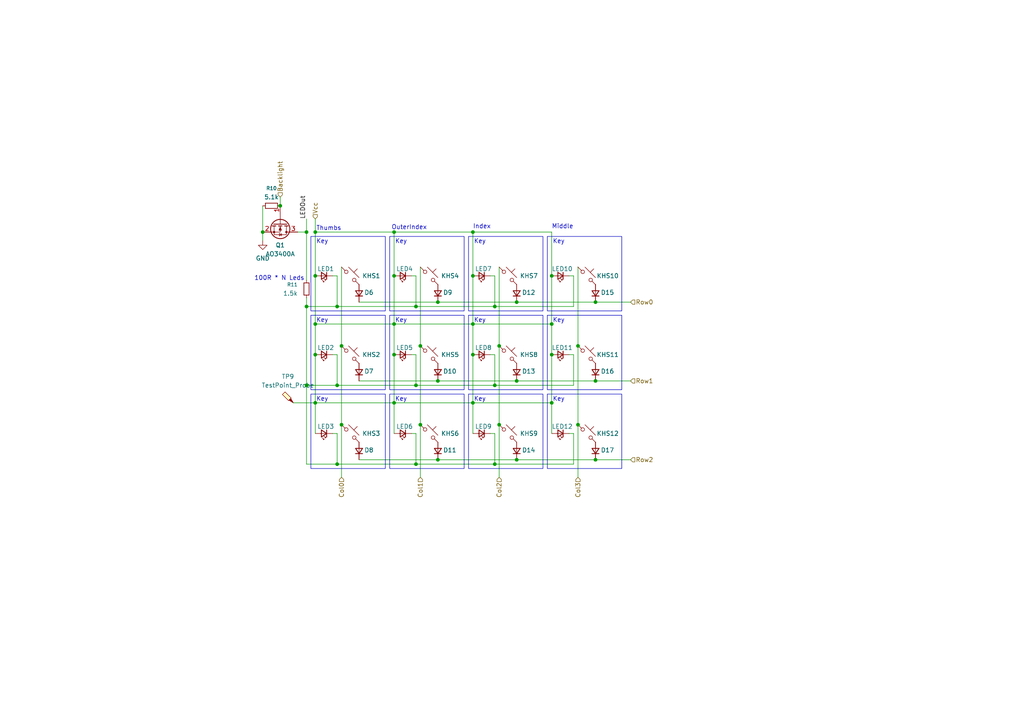
<source format=kicad_sch>
(kicad_sch (version 20250114) (generator "eeschema") (generator_version "9.0")
  (paper "A4")
  (lib_symbols
    (symbol "Connector:TestPoint_Probe" (pin_numbers (hide yes)) (pin_names (offset 0.762) (hide yes))
      (property "Reference" "TP" (at 1.651 5.842 0))
      (property "Value" "TestPoint_Probe" (at 1.651 4.064 0))
      (symbol "TestPoint_Probe_0_1"
        (polyline (pts (xy 1.27 0.762) (xy 0 0) (xy 0.762 1.27) (xy 1.27 0.762)) (fill (type outline)))
        (polyline (pts (xy 1.397 0.635) (xy 0.635 1.397) (xy 2.413 3.175) (xy 3.175 2.413) (xy 1.397 0.635)) (fill (type background)))
      )
      (symbol "TestPoint_Probe_1_1"
        (pin passive line (at 0 0 90) (length 0) (name "1") (number "1"))
      )
    )
    (symbol "Device:D_Small" (pin_numbers (hide yes)) (pin_names (offset 0.254) (hide yes))
      (property "Reference" "D" (at -1.27 2.032 0))
      (property "Value" "D_Small" (at -3.81 -2.032 0))
      (symbol "D_Small_0_1"
        (polyline (pts (xy -0.762 0) (xy 0.762 0)))
        (polyline (pts (xy -0.762 -1.016) (xy -0.762 1.016)) (stroke (width 0.254)))
        (polyline (pts (xy 0.762 -1.016) (xy -0.762 0) (xy 0.762 1.016) (xy 0.762 -1.016)) (stroke (width 0.254)))
      )
      (symbol "D_Small_1_1"
        (pin passive line (at -2.54 0 0) (length 1.778) (name "K") (number "1"))
        (pin passive line (at 2.54 0 180) (length 1.778) (name "A") (number "2"))
      )
    )
    (symbol "Device:LED_Small" (pin_numbers (hide yes)) (pin_names (offset 0.254) (hide yes))
      (property "Reference" "D" (at -1.27 3.175 0))
      (property "Value" "LED_Small" (at -4.445 -2.54 0))
      (symbol "LED_Small_0_1"
        (polyline (pts (xy -0.762 -1.016) (xy -0.762 1.016)) (stroke (width 0.254)))
        (polyline (pts (xy 0 0.762) (xy -0.508 1.27) (xy -0.254 1.27) (xy -0.508 1.27) (xy -0.508 1.016)))
        (polyline (pts (xy 0.508 1.27) (xy 0 1.778) (xy 0.254 1.778) (xy 0 1.778) (xy 0 1.524)))
        (polyline (pts (xy 0.762 -1.016) (xy -0.762 0) (xy 0.762 1.016) (xy 0.762 -1.016)) (stroke (width 0.254)))
        (polyline (pts (xy 1.016 0) (xy -0.762 0)))
      )
      (symbol "LED_Small_1_1"
        (pin passive line (at -2.54 0 0) (length 1.778) (name "K") (number "1"))
        (pin passive line (at 2.54 0 180) (length 1.778) (name "A") (number "2"))
      )
    )
    (symbol "Keyboard:choc_v1_SW_HS_CPG135001S30" (pin_numbers (hide yes)) (pin_names (offset 1.016) (hide yes))
      (property "Reference" "KHS1" (at 0 7.62 0))
      (property "Value" "KHS" (at 0 5.08 0))
      (symbol "choc_v1_SW_HS_CPG135001S30_0_1"
        (polyline (pts (xy -2.54 2.54) (xy -1.524 1.524) (xy -1.524 1.524)))
        (circle (center -1.1684 1.1684) (radius 0.508))
        (polyline (pts (xy -0.508 2.54) (xy 2.54 -0.508)))
        (polyline (pts (xy 1.016 1.016) (xy 2.032 2.032)))
        (circle (center 1.143 -1.1938) (radius 0.508))
        (polyline (pts (xy 1.524 -1.524) (xy 2.54 -2.54) (xy 2.54 -2.54) (xy 2.54 -2.54)))
        (pin passive line (at -2.54 2.54 0) (length 0) (name "1") (number "1"))
        (pin passive line (at 2.54 -2.54 180) (length 0) (name "2") (number "2"))
      )
    )
    (symbol "R_Small_1" (pin_numbers (hide yes)) (pin_names (offset 0.254) (hide yes))
      (property "Reference" "R" (at 0 0 90))
      (property "Value" "R_Small" (at 1.778 0 90))
      (symbol "R_Small_1_0_1"
        (rectangle (start -0.762 1.778) (end 0.762 -1.778) (stroke (width 0.2032)))
      )
      (symbol "R_Small_1_1_1"
        (pin passive line (at 0 2.54 270) (length 0.762) (name "~") (number "1"))
        (pin passive line (at 0 -2.54 90) (length 0.762) (name "~") (number "2"))
      )
    )
    (symbol "Transistor_FET:AO3400A" (pin_names (offset 0) (hide yes))
      (property "Reference" "Q" (at 5.08 1.905 0))
      (property "Value" "AO3400A" (at 5.08 0 0))
      (symbol "AO3400A_0_1"
        (polyline (pts (xy 0.254 1.905) (xy 0.254 -1.905)) (stroke (width 0.254)))
        (polyline (pts (xy 0.254 0) (xy -2.54 0)))
        (polyline (pts (xy 0.762 2.286) (xy 0.762 1.27)) (stroke (width 0.254)))
        (polyline (pts (xy 0.762 0.508) (xy 0.762 -0.508)) (stroke (width 0.254)))
        (polyline (pts (xy 0.762 -1.27) (xy 0.762 -2.286)) (stroke (width 0.254)))
        (polyline (pts (xy 0.762 -1.778) (xy 3.302 -1.778) (xy 3.302 1.778) (xy 0.762 1.778)))
        (polyline (pts (xy 1.016 0) (xy 2.032 0.381) (xy 2.032 -0.381) (xy 1.016 0)) (fill (type outline)))
        (circle (center 1.651 0) (radius 2.794) (stroke (width 0.254)))
        (polyline (pts (xy 2.54 2.54) (xy 2.54 1.778)))
        (circle (center 2.54 1.778) (radius 0.254) (fill (type outline)))
        (circle (center 2.54 -1.778) (radius 0.254) (fill (type outline)))
        (polyline (pts (xy 2.54 -2.54) (xy 2.54 0) (xy 0.762 0)))
        (polyline (pts (xy 2.921 0.381) (xy 3.683 0.381)))
        (polyline (pts (xy 3.302 0.381) (xy 2.921 -0.254) (xy 3.683 -0.254) (xy 3.302 0.381)))
      )
      (symbol "AO3400A_1_1"
        (pin input line (at -5.08 0 0) (length 2.54) (name "G") (number "1"))
        (pin passive line (at 2.54 5.08 270) (length 2.54) (name "D") (number "3"))
        (pin passive line (at 2.54 -5.08 90) (length 2.54) (name "S") (number "2"))
      )
    )
    (symbol "power:GND" (power) (pin_numbers (hide yes)) (pin_names (offset 0) (hide yes))
      (property "Value" "GND" (at 0 -3.81 0))
      (symbol "GND_0_1"
        (polyline (pts (xy 0 0) (xy 0 -1.27) (xy 1.27 -1.27) (xy 0 -2.54) (xy -1.27 -1.27) (xy 0 -1.27)))
      )
      (symbol "GND_1_1"
        (pin power_in line (at 0 0 270) (length 0) (name "~") (number "1"))
      )
    )
  )
  (rectangle (start 158.75 114.3) (end 180.34 135.89))
  (rectangle (start 113.03 68.58) (end 134.62 90.17))
  (rectangle (start 135.89 91.44) (end 157.48 113.03))
  (rectangle (start 113.03 91.44) (end 134.62 113.03))
  (rectangle (start 135.89 68.58) (end 157.48 90.17))
  (rectangle (start 158.75 91.44) (end 180.34 113.03))
  (rectangle (start 113.03 114.3) (end 134.62 135.89))
  (rectangle (start 90.17 114.3) (end 111.76 135.89))
  (rectangle (start 90.17 91.44) (end 111.76 113.03))
  (rectangle (start 135.89 114.3) (end 157.48 135.89))
  (rectangle (start 158.75 68.58) (end 180.34 90.17))
  (rectangle (start 90.17 68.58) (end 111.76 90.17))
  (text "Index" (at 137.16 65.786 0) (effects (font (size 1.27 1.27)) (justify left)))
  (text "Key" (at 116.332 92.964 0) (effects (font (size 1.27 1.27))))
  (text "Thumbs\n" (at 91.694 66.294 0) (effects (font (size 1.27 1.27)) (justify left)))
  (text "Key" (at 93.472 70.104 0) (effects (font (size 1.27 1.27))))
  (text "Key" (at 93.472 115.824 0) (effects (font (size 1.27 1.27))))
  (text "Key" (at 139.192 70.104 0) (effects (font (size 1.27 1.27))))
  (text "Middle" (at 160.02 65.786 0) (effects (font (size 1.27 1.27)) (justify left)))
  (text "Key" (at 116.332 115.824 0) (effects (font (size 1.27 1.27))))
  (text "100R * N Leds" (at 81.026 80.772 0) (effects (font (size 1.27 1.27))))
  (text "Key" (at 162.052 70.104 0) (effects (font (size 1.27 1.27))))
  (text "OuterIndex\n" (at 113.538 66.04 0) (effects (font (size 1.27 1.27)) (justify left)))
  (text "Key" (at 116.332 70.104 0) (effects (font (size 1.27 1.27))))
  (text "Key" (at 93.472 92.964 0) (effects (font (size 1.27 1.27))))
  (text "Key" (at 162.052 115.824 0) (effects (font (size 1.27 1.27))))
  (text "Key" (at 162.052 92.964 0) (effects (font (size 1.27 1.27))))
  (text "Key" (at 139.192 92.964 0) (effects (font (size 1.27 1.27))))
  (text "Key" (at 139.192 115.824 0) (effects (font (size 1.27 1.27))))
  (junction (at 143.51 88.9))
  (junction (at 81.28 59.69))
  (junction (at 88.9 67.31))
  (junction (at 143.51 111.76))
  (junction (at 167.64 100.33))
  (junction (at 121.92 100.33))
  (junction (at 114.3 67.31))
  (junction (at 97.79 88.9))
  (junction (at 127 110.49))
  (junction (at 91.44 80.01))
  (junction (at 167.64 123.19))
  (junction (at 97.79 111.76))
  (junction (at 172.72 133.35))
  (junction (at 91.44 116.84))
  (junction (at 120.65 88.9))
  (junction (at 172.72 110.49))
  (junction (at 149.86 133.35))
  (junction (at 127 133.35))
  (junction (at 121.92 123.19))
  (junction (at 91.44 93.98))
  (junction (at 114.3 93.98))
  (junction (at 114.3 80.01))
  (junction (at 143.51 134.62))
  (junction (at 137.16 67.31))
  (junction (at 137.16 116.84))
  (junction (at 91.44 102.87))
  (junction (at 120.65 111.76))
  (junction (at 97.79 134.62))
  (junction (at 114.3 116.84))
  (junction (at 127 87.63))
  (junction (at 137.16 93.98))
  (junction (at 76.2 67.31))
  (junction (at 88.9 111.76))
  (junction (at 137.16 102.87))
  (junction (at 120.65 134.62))
  (junction (at 99.06 100.33))
  (junction (at 144.78 100.33))
  (junction (at 99.06 123.19))
  (junction (at 160.02 80.01))
  (junction (at 160.02 116.84))
  (junction (at 160.02 93.98))
  (junction (at 144.78 123.19))
  (junction (at 149.86 87.63))
  (junction (at 160.02 102.87))
  (junction (at 91.44 67.31))
  (junction (at 88.9 88.9))
  (junction (at 114.3 102.87))
  (junction (at 172.72 87.63))
  (junction (at 149.86 110.49))
  (junction (at 137.16 80.01))
  (wire (pts (xy 88.9 111.76) (xy 88.9 134.62)))
  (wire (pts (xy 120.65 102.87) (xy 120.65 111.76)))
  (wire (pts (xy 143.51 125.73) (xy 142.24 125.73)))
  (wire (pts (xy 120.65 125.73) (xy 119.38 125.73)))
  (wire (pts (xy 97.79 134.62) (xy 120.65 134.62)))
  (wire (pts (xy 91.44 67.31) (xy 91.44 80.01)))
  (wire (pts (xy 99.06 123.19) (xy 99.06 138.43)))
  (wire (pts (xy 143.51 102.87) (xy 143.51 111.76)))
  (wire (pts (xy 76.2 69.85) (xy 76.2 67.31)))
  (wire (pts (xy 143.51 80.01) (xy 143.51 88.9)))
  (wire (pts (xy 91.44 80.01) (xy 91.44 93.98)))
  (wire (pts (xy 97.79 80.01) (xy 97.79 88.9)))
  (wire (pts (xy 97.79 125.73) (xy 96.52 125.73)))
  (wire (pts (xy 91.44 93.98) (xy 91.44 102.87)))
  (wire (pts (xy 99.06 77.47) (xy 99.06 100.33)))
  (wire (pts (xy 166.37 102.87) (xy 166.37 111.76)))
  (wire (pts (xy 167.64 123.19) (xy 167.64 138.43)))
  (wire (pts (xy 143.51 134.62) (xy 166.37 134.62)))
  (wire (pts (xy 167.64 77.47) (xy 167.64 100.33)))
  (wire (pts (xy 160.02 67.31) (xy 160.02 80.01)))
  (wire (pts (xy 149.86 110.49) (xy 172.72 110.49)))
  (wire (pts (xy 114.3 93.98) (xy 114.3 102.87)))
  (wire (pts (xy 88.9 88.9) (xy 88.9 111.76)))
  (wire (pts (xy 149.86 87.63) (xy 172.72 87.63)))
  (wire (pts (xy 127 133.35) (xy 149.86 133.35)))
  (wire (pts (xy 120.65 80.01) (xy 120.65 88.9)))
  (wire (pts (xy 114.3 67.31) (xy 137.16 67.31)))
  (wire (pts (xy 127 87.63) (xy 149.86 87.63)))
  (wire (pts (xy 97.79 88.9) (xy 120.65 88.9)))
  (wire (pts (xy 97.79 102.87) (xy 96.52 102.87)))
  (wire (pts (xy 85.09 116.84) (xy 91.44 116.84)))
  (wire (pts (xy 137.16 102.87) (xy 137.16 116.84)))
  (wire (pts (xy 160.02 93.98) (xy 160.02 102.87)))
  (wire (pts (xy 144.78 77.47) (xy 144.78 100.33)))
  (wire (pts (xy 166.37 102.87) (xy 165.1 102.87)))
  (wire (pts (xy 172.72 110.49) (xy 182.88 110.49)))
  (wire (pts (xy 99.06 100.33) (xy 99.06 123.19)))
  (wire (pts (xy 143.51 125.73) (xy 143.51 134.62)))
  (wire (pts (xy 114.3 102.87) (xy 114.3 116.84)))
  (wire (pts (xy 172.72 87.63) (xy 182.88 87.63)))
  (wire (pts (xy 121.92 77.47) (xy 121.92 100.33)))
  (wire (pts (xy 143.51 88.9) (xy 166.37 88.9)))
  (wire (pts (xy 91.44 116.84) (xy 91.44 125.73)))
  (wire (pts (xy 91.44 93.98) (xy 114.3 93.98)))
  (wire (pts (xy 120.65 134.62) (xy 143.51 134.62)))
  (wire (pts (xy 120.65 125.73) (xy 120.65 134.62)))
  (wire (pts (xy 144.78 123.19) (xy 144.78 138.43)))
  (wire (pts (xy 143.51 80.01) (xy 142.24 80.01)))
  (wire (pts (xy 97.79 80.01) (xy 96.52 80.01)))
  (wire (pts (xy 167.64 100.33) (xy 167.64 123.19)))
  (wire (pts (xy 88.9 88.9) (xy 97.79 88.9)))
  (wire (pts (xy 91.44 63.5) (xy 91.44 67.31)))
  (wire (pts (xy 149.86 133.35) (xy 172.72 133.35)))
  (wire (pts (xy 76.2 59.69) (xy 76.2 67.31)))
  (wire (pts (xy 127 110.49) (xy 149.86 110.49)))
  (wire (pts (xy 137.16 67.31) (xy 137.16 80.01)))
  (wire (pts (xy 143.51 102.87) (xy 142.24 102.87)))
  (wire (pts (xy 88.9 134.62) (xy 97.79 134.62)))
  (wire (pts (xy 144.78 100.33) (xy 144.78 123.19)))
  (wire (pts (xy 91.44 67.31) (xy 114.3 67.31)))
  (wire (pts (xy 121.92 123.19) (xy 121.92 138.43)))
  (wire (pts (xy 81.28 57.15) (xy 81.28 59.69)))
  (wire (pts (xy 86.36 67.31) (xy 88.9 67.31)))
  (wire (pts (xy 137.16 67.31) (xy 160.02 67.31)))
  (wire (pts (xy 91.44 116.84) (xy 114.3 116.84)))
  (wire (pts (xy 137.16 93.98) (xy 160.02 93.98)))
  (wire (pts (xy 166.37 80.01) (xy 165.1 80.01)))
  (wire (pts (xy 104.14 87.63) (xy 127 87.63)))
  (wire (pts (xy 120.65 102.87) (xy 119.38 102.87)))
  (wire (pts (xy 120.65 88.9) (xy 143.51 88.9)))
  (wire (pts (xy 114.3 116.84) (xy 114.3 125.73)))
  (wire (pts (xy 88.9 111.76) (xy 97.79 111.76)))
  (wire (pts (xy 172.72 133.35) (xy 182.88 133.35)))
  (wire (pts (xy 104.14 110.49) (xy 127 110.49)))
  (wire (pts (xy 88.9 63.5) (xy 88.9 67.31)))
  (wire (pts (xy 114.3 80.01) (xy 114.3 93.98)))
  (wire (pts (xy 91.44 102.87) (xy 91.44 116.84)))
  (wire (pts (xy 88.9 86.36) (xy 88.9 88.9)))
  (wire (pts (xy 137.16 116.84) (xy 137.16 125.73)))
  (wire (pts (xy 120.65 80.01) (xy 119.38 80.01)))
  (wire (pts (xy 104.14 133.35) (xy 127 133.35)))
  (wire (pts (xy 166.37 80.01) (xy 166.37 88.9)))
  (wire (pts (xy 160.02 102.87) (xy 160.02 116.84)))
  (wire (pts (xy 166.37 125.73) (xy 165.1 125.73)))
  (wire (pts (xy 88.9 81.28) (xy 88.9 67.31)))
  (wire (pts (xy 121.92 100.33) (xy 121.92 123.19)))
  (wire (pts (xy 114.3 93.98) (xy 137.16 93.98)))
  (wire (pts (xy 137.16 80.01) (xy 137.16 93.98)))
  (wire (pts (xy 97.79 111.76) (xy 120.65 111.76)))
  (wire (pts (xy 166.37 125.73) (xy 166.37 134.62)))
  (wire (pts (xy 114.3 116.84) (xy 137.16 116.84)))
  (wire (pts (xy 97.79 102.87) (xy 97.79 111.76)))
  (wire (pts (xy 160.02 116.84) (xy 160.02 125.73)))
  (wire (pts (xy 97.79 125.73) (xy 97.79 134.62)))
  (wire (pts (xy 114.3 67.31) (xy 114.3 80.01)))
  (wire (pts (xy 120.65 111.76) (xy 143.51 111.76)))
  (wire (pts (xy 143.51 111.76) (xy 166.37 111.76)))
  (wire (pts (xy 160.02 80.01) (xy 160.02 93.98)))
  (wire (pts (xy 137.16 116.84) (xy 160.02 116.84)))
  (wire (pts (xy 137.16 93.98) (xy 137.16 102.87)))
  (label "LEDOut" (at 88.9 63.5 90))
  (hierarchical_label "Col1" (shape input) (at 121.92 138.43 270))
  (hierarchical_label "Backlight" (shape input) (at 81.28 57.15 90))
  (hierarchical_label "Col3" (shape input) (at 167.64 138.43 270))
  (hierarchical_label "Row2" (shape input) (at 182.88 133.35 0))
  (hierarchical_label "Row0" (shape input) (at 182.88 87.63 0))
  (hierarchical_label "Col2" (shape input) (at 144.78 138.43 270))
  (hierarchical_label "Row1" (shape input) (at 182.88 110.49 0))
  (hierarchical_label "Vcc" (shape input) (at 91.44 63.5 90))
  (hierarchical_label "Col0" (shape input) (at 99.06 138.43 270))
  (symbol (lib_id "Keyboard:choc_v1_SW_HS_CPG135001S30") (at 124.46 102.87 0) (unit 1) (in_bom no)
    (property "Reference" "KHS5" (at 130.556 102.87 0))
    (property "Value" "KHS" (effects (hide yes)))
    (property "Footprint" "Keyboard:CPG1316S01D02_front_mikefives" (effects (hide yes)))
    (property "Description" "Push button switch, normally open, two pins, 45° tilted" (effects (hide yes)))
  )
  (symbol (lib_id "Device:D_Small") (at 127 130.81 90) (unit 1)
    (property "Reference" "D11" (at 128.524 130.556 90) (effects (justify right)))
    (property "Value" "D_Small" (effects (hide yes)))
    (property "Footprint" "Diode_SMD:D_SOD-523" (effects (hide yes)))
    (property "Description" "Diode, small symbol" (effects (hide yes)))
    (property "Sim.Device" "D" (effects (hide yes)))
    (property "Sim.Pins" "1=K 2=A" (effects (hide yes)))
    (property "Manufacturer_Name" "Diodes Incorporated" (effects (hide yes)))
    (property "Manufacturer_Part_Number" "1N4148WT-7 " (effects (hide yes)))
    (property "Mouser Part Number" "621-1N4148WT " (effects (hide yes)))
  )
  (symbol (lib_id "Transistor_FET:AO3400A") (at 81.28 64.77 270) (unit 1)
    (property "Reference" "Q1" (at 81.28 71.12 90))
    (property "Value" "AO3400A" (at 81.28 73.66 90))
    (property "Footprint" "Package_TO_SOT_SMD:SOT-23" (effects (hide yes)))
    (property "Datasheet" "http://www.aosmd.com/pdfs/datasheet/AO3400A.pdf" (effects (hide yes)))
    (property "Description" "30V Vds, 5.7A Id, N-Channel MOSFET, SOT-23" (effects (hide yes)))
    (property "Manufacturer_Name" "Infineon Technologies" (effects (hide yes)))
    (property "Manufacturer_Part_Number" "IRLML6344TRPBF " (effects (hide yes)))
    (property "Mouser Part Number" "942-IRLML6344TRPBF" (effects (hide yes)))
  )
  (symbol (lib_id "Device:D_Small") (at 104.14 107.95 90) (unit 1)
    (property "Reference" "D7" (at 105.664 107.696 90) (effects (justify right)))
    (property "Value" "D_Small" (effects (hide yes)))
    (property "Footprint" "Diode_SMD:D_SOD-523" (effects (hide yes)))
    (property "Description" "Diode, small symbol" (effects (hide yes)))
    (property "Sim.Device" "D" (effects (hide yes)))
    (property "Sim.Pins" "1=K 2=A" (effects (hide yes)))
    (property "Manufacturer_Name" "Diodes Incorporated" (effects (hide yes)))
    (property "Manufacturer_Part_Number" "1N4148WT-7 " (effects (hide yes)))
    (property "Mouser Part Number" "621-1N4148WT " (effects (hide yes)))
  )
  (symbol (lib_id "Device:LED_Small") (at 93.98 102.87 180) (unit 1)
    (property "Reference" "LED2" (at 94.488 100.838 0))
    (property "Value" "LED_Small" (effects (hide yes)))
    (property "Footprint" "LED_SMD:LED_0603_1608Metric" (effects (hide yes)))
    (property "Description" "Light emitting diode, small symbol" (effects (hide yes)))
    (property "Sim.Pin" "1=K 2=A" (effects (hide yes)))
    (property "Manufacturer_Name" "Inolux" (effects (hide yes)))
    (property "Manufacturer_Part_Number" "IN-S63BT5UW" (effects (hide yes)))
    (property "Mouser Part Number" "743-IN-S63BT5UW" (effects (hide yes)))
  )
  (symbol (lib_id "power:GND") (at 76.2 69.85 0) (unit 1)
    (property "Reference" "#PWR019" (effects (hide yes)))
    (property "Value" "GND" (at 76.2 74.93 0))
    (property "Description" "Power symbol creates a global label with name \"GND\" , ground" (effects (hide yes)))
  )
  (symbol (lib_id "Device:LED_Small") (at 162.56 125.73 180) (unit 1)
    (property "Reference" "LED12" (at 163.068 123.698 0))
    (property "Value" "LED_Small" (effects (hide yes)))
    (property "Footprint" "LED_SMD:LED_0603_1608Metric" (effects (hide yes)))
    (property "Description" "Light emitting diode, small symbol" (effects (hide yes)))
    (property "Sim.Pin" "1=K 2=A" (effects (hide yes)))
    (property "Manufacturer_Name" "Inolux" (effects (hide yes)))
    (property "Manufacturer_Part_Number" "IN-S63BT5UW" (effects (hide yes)))
    (property "Mouser Part Number" "743-IN-S63BT5UW" (effects (hide yes)))
  )
  (symbol (lib_id "Device:LED_Small") (at 93.98 80.01 180) (unit 1)
    (property "Reference" "LED1" (at 94.488 77.978 0))
    (property "Value" "LED_Small" (effects (hide yes)))
    (property "Footprint" "LED_SMD:LED_0603_1608Metric" (effects (hide yes)))
    (property "Description" "Light emitting diode, small symbol" (effects (hide yes)))
    (property "Sim.Pin" "1=K 2=A" (effects (hide yes)))
    (property "Manufacturer_Name" "Inolux" (effects (hide yes)))
    (property "Manufacturer_Part_Number" "IN-S63BT5UW" (effects (hide yes)))
    (property "Mouser Part Number" "743-IN-S63BT5UW" (effects (hide yes)))
  )
  (symbol (lib_id "Device:D_Small") (at 104.14 85.09 90) (unit 1)
    (property "Reference" "D6" (at 105.664 84.836 90) (effects (justify right)))
    (property "Value" "D_Small" (effects (hide yes)))
    (property "Footprint" "Diode_SMD:D_SOD-523" (effects (hide yes)))
    (property "Description" "Diode, small symbol" (effects (hide yes)))
    (property "Sim.Device" "D" (effects (hide yes)))
    (property "Sim.Pins" "1=K 2=A" (effects (hide yes)))
    (property "Manufacturer_Name" "Diodes Incorporated" (effects (hide yes)))
    (property "Manufacturer_Part_Number" "1N4148WT-7 " (effects (hide yes)))
    (property "Mouser Part Number" "621-1N4148WT " (effects (hide yes)))
  )
  (symbol (lib_id "Device:LED_Small") (at 162.56 102.87 180) (unit 1)
    (property "Reference" "LED11" (at 163.068 100.838 0))
    (property "Value" "LED_Small" (effects (hide yes)))
    (property "Footprint" "LED_SMD:LED_0603_1608Metric" (effects (hide yes)))
    (property "Description" "Light emitting diode, small symbol" (effects (hide yes)))
    (property "Sim.Pin" "1=K 2=A" (effects (hide yes)))
    (property "Manufacturer_Name" "Inolux" (effects (hide yes)))
    (property "Manufacturer_Part_Number" "IN-S63BT5UW" (effects (hide yes)))
    (property "Mouser Part Number" "743-IN-S63BT5UW" (effects (hide yes)))
  )
  (symbol (lib_id "Keyboard:choc_v1_SW_HS_CPG135001S30") (at 124.46 125.73 0) (unit 1) (in_bom no)
    (property "Reference" "KHS6" (at 130.556 125.73 0))
    (property "Value" "KHS" (effects (hide yes)))
    (property "Footprint" "Keyboard:CPG1316S01D02_front_mikefives" (effects (hide yes)))
    (property "Description" "Push button switch, normally open, two pins, 45° tilted" (effects (hide yes)))
  )
  (symbol (lib_id "Keyboard:choc_v1_SW_HS_CPG135001S30") (at 147.32 125.73 0) (unit 1) (in_bom no)
    (property "Reference" "KHS9" (at 153.416 125.73 0))
    (property "Value" "KHS" (effects (hide yes)))
    (property "Footprint" "Keyboard:CPG1316S01D02_front_mikefives" (effects (hide yes)))
    (property "Description" "Push button switch, normally open, two pins, 45° tilted" (effects (hide yes)))
  )
  (symbol (lib_id "Device:D_Small") (at 127 107.95 90) (unit 1)
    (property "Reference" "D10" (at 128.524 107.696 90) (effects (justify right)))
    (property "Value" "D_Small" (effects (hide yes)))
    (property "Footprint" "Diode_SMD:D_SOD-523" (effects (hide yes)))
    (property "Description" "Diode, small symbol" (effects (hide yes)))
    (property "Sim.Device" "D" (effects (hide yes)))
    (property "Sim.Pins" "1=K 2=A" (effects (hide yes)))
    (property "Manufacturer_Name" "Diodes Incorporated" (effects (hide yes)))
    (property "Manufacturer_Part_Number" "1N4148WT-7 " (effects (hide yes)))
    (property "Mouser Part Number" "621-1N4148WT " (effects (hide yes)))
  )
  (symbol (lib_id "Device:LED_Small") (at 139.7 102.87 180) (unit 1)
    (property "Reference" "LED8" (at 140.208 100.838 0))
    (property "Value" "LED_Small" (effects (hide yes)))
    (property "Footprint" "LED_SMD:LED_0603_1608Metric" (effects (hide yes)))
    (property "Description" "Light emitting diode, small symbol" (effects (hide yes)))
    (property "Sim.Pin" "1=K 2=A" (effects (hide yes)))
    (property "Manufacturer_Name" "Inolux" (effects (hide yes)))
    (property "Manufacturer_Part_Number" "IN-S63BT5UW" (effects (hide yes)))
    (property "Mouser Part Number" "743-IN-S63BT5UW" (effects (hide yes)))
  )
  (symbol (lib_id "Keyboard:choc_v1_SW_HS_CPG135001S30") (at 170.18 102.87 0) (unit 1) (in_bom no)
    (property "Reference" "KHS11" (at 176.276 102.87 0))
    (property "Value" "KHS" (effects (hide yes)))
    (property "Footprint" "Keyboard:CPG1316S01D02_front_mikefives" (effects (hide yes)))
    (property "Description" "Push button switch, normally open, two pins, 45° tilted" (effects (hide yes)))
  )
  (symbol (lib_id "Keyboard:choc_v1_SW_HS_CPG135001S30") (at 147.32 102.87 0) (unit 1) (in_bom no)
    (property "Reference" "KHS8" (at 153.416 102.87 0))
    (property "Value" "KHS" (effects (hide yes)))
    (property "Footprint" "Keyboard:CPG1316S01D02_front_mikefives" (effects (hide yes)))
    (property "Description" "Push button switch, normally open, two pins, 45° tilted" (effects (hide yes)))
  )
  (symbol (lib_id "Device:LED_Small") (at 116.84 80.01 180) (unit 1)
    (property "Reference" "LED4" (at 117.348 77.978 0))
    (property "Value" "LED_Small" (effects (hide yes)))
    (property "Footprint" "LED_SMD:LED_0603_1608Metric" (effects (hide yes)))
    (property "Description" "Light emitting diode, small symbol" (effects (hide yes)))
    (property "Sim.Pin" "1=K 2=A" (effects (hide yes)))
    (property "Manufacturer_Name" "Inolux" (effects (hide yes)))
    (property "Manufacturer_Part_Number" "IN-S63BT5UW" (effects (hide yes)))
    (property "Mouser Part Number" "743-IN-S63BT5UW" (effects (hide yes)))
  )
  (symbol (lib_id "Device:D_Small") (at 172.72 107.95 90) (unit 1)
    (property "Reference" "D16" (at 174.244 107.696 90) (effects (justify right)))
    (property "Value" "D_Small" (effects (hide yes)))
    (property "Footprint" "Diode_SMD:D_SOD-523" (effects (hide yes)))
    (property "Description" "Diode, small symbol" (effects (hide yes)))
    (property "Sim.Device" "D" (effects (hide yes)))
    (property "Sim.Pins" "1=K 2=A" (effects (hide yes)))
    (property "Manufacturer_Name" "Diodes Incorporated" (effects (hide yes)))
    (property "Manufacturer_Part_Number" "1N4148WT-7 " (effects (hide yes)))
    (property "Mouser Part Number" "621-1N4148WT " (effects (hide yes)))
  )
  (symbol (lib_id "Device:D_Small") (at 104.14 130.81 90) (unit 1)
    (property "Reference" "D8" (at 105.664 130.556 90) (effects (justify right)))
    (property "Value" "D_Small" (effects (hide yes)))
    (property "Footprint" "Diode_SMD:D_SOD-523" (effects (hide yes)))
    (property "Description" "Diode, small symbol" (effects (hide yes)))
    (property "Sim.Device" "D" (effects (hide yes)))
    (property "Sim.Pins" "1=K 2=A" (effects (hide yes)))
    (property "Manufacturer_Name" "Diodes Incorporated" (effects (hide yes)))
    (property "Manufacturer_Part_Number" "1N4148WT-7 " (effects (hide yes)))
    (property "Mouser Part Number" "621-1N4148WT " (effects (hide yes)))
  )
  (symbol (lib_id "Device:LED_Small") (at 139.7 80.01 180) (unit 1)
    (property "Reference" "LED7" (at 140.208 77.978 0))
    (property "Value" "LED_Small" (effects (hide yes)))
    (property "Footprint" "LED_SMD:LED_0603_1608Metric" (effects (hide yes)))
    (property "Description" "Light emitting diode, small symbol" (effects (hide yes)))
    (property "Sim.Pin" "1=K 2=A" (effects (hide yes)))
    (property "Manufacturer_Name" "Inolux" (effects (hide yes)))
    (property "Manufacturer_Part_Number" "IN-S63BT5UW" (effects (hide yes)))
    (property "Mouser Part Number" "743-IN-S63BT5UW" (effects (hide yes)))
  )
  (symbol (lib_id "Device:LED_Small") (at 116.84 102.87 180) (unit 1)
    (property "Reference" "LED5" (at 117.348 100.838 0))
    (property "Value" "LED_Small" (effects (hide yes)))
    (property "Footprint" "LED_SMD:LED_0603_1608Metric" (effects (hide yes)))
    (property "Description" "Light emitting diode, small symbol" (effects (hide yes)))
    (property "Sim.Pin" "1=K 2=A" (effects (hide yes)))
    (property "Manufacturer_Name" "Inolux" (effects (hide yes)))
    (property "Manufacturer_Part_Number" "IN-S63BT5UW" (effects (hide yes)))
    (property "Mouser Part Number" "743-IN-S63BT5UW" (effects (hide yes)))
  )
  (symbol (lib_id "Device:D_Small") (at 172.72 130.81 90) (unit 1)
    (property "Reference" "D17" (at 174.244 130.556 90) (effects (justify right)))
    (property "Value" "D_Small" (effects (hide yes)))
    (property "Footprint" "Diode_SMD:D_SOD-523" (effects (hide yes)))
    (property "Description" "Diode, small symbol" (effects (hide yes)))
    (property "Sim.Device" "D" (effects (hide yes)))
    (property "Sim.Pins" "1=K 2=A" (effects (hide yes)))
    (property "Manufacturer_Name" "Diodes Incorporated" (effects (hide yes)))
    (property "Manufacturer_Part_Number" "1N4148WT-7 " (effects (hide yes)))
    (property "Mouser Part Number" "621-1N4148WT " (effects (hide yes)))
  )
  (symbol (lib_id "Keyboard:choc_v1_SW_HS_CPG135001S30") (at 170.18 125.73 0) (unit 1) (in_bom no)
    (property "Reference" "KHS12" (at 176.276 125.73 0))
    (property "Value" "KHS" (effects (hide yes)))
    (property "Footprint" "Keyboard:CPG1316S01D02_front_mikefives" (effects (hide yes)))
    (property "Description" "Push button switch, normally open, two pins, 45° tilted" (effects (hide yes)))
  )
  (symbol (lib_id "Device:D_Small") (at 172.72 85.09 90) (unit 1)
    (property "Reference" "D15" (at 174.244 84.836 90) (effects (justify right)))
    (property "Value" "D_Small" (effects (hide yes)))
    (property "Footprint" "Diode_SMD:D_SOD-523" (effects (hide yes)))
    (property "Description" "Diode, small symbol" (effects (hide yes)))
    (property "Sim.Device" "D" (effects (hide yes)))
    (property "Sim.Pins" "1=K 2=A" (effects (hide yes)))
    (property "Manufacturer_Name" "Diodes Incorporated" (effects (hide yes)))
    (property "Manufacturer_Part_Number" "1N4148WT-7 " (effects (hide yes)))
    (property "Mouser Part Number" "621-1N4148WT " (effects (hide yes)))
  )
  (symbol (lib_name "R_Small_1") (lib_id "Device:R_Small") (at 78.74 59.69 90) (unit 1)
    (property "Reference" "R10" (at 78.74 54.61 90) (effects (font (size 1.016 1.016))))
    (property "Value" "5.1k" (at 78.74 57.15 90))
    (property "Footprint" "Resistor_SMD:R_0603_1608Metric" (effects (hide yes)))
    (property "Description" "Resistor, small symbol" (effects (hide yes)))
    (property "Manufacturer_Name" "YAGEO" (effects (hide yes)))
    (property "Manufacturer_Part_Number" "603-RC0603FR-075K1L" (effects (hide yes)))
    (property "Mouser Part Number" "603-RC0603FR-075K1L " (effects (hide yes)))
  )
  (symbol (lib_id "Device:D_Small") (at 149.86 130.81 90) (unit 1)
    (property "Reference" "D14" (at 151.384 130.556 90) (effects (justify right)))
    (property "Value" "D_Small" (effects (hide yes)))
    (property "Footprint" "Diode_SMD:D_SOD-523" (effects (hide yes)))
    (property "Description" "Diode, small symbol" (effects (hide yes)))
    (property "Sim.Device" "D" (effects (hide yes)))
    (property "Sim.Pins" "1=K 2=A" (effects (hide yes)))
    (property "Manufacturer_Name" "Diodes Incorporated" (effects (hide yes)))
    (property "Manufacturer_Part_Number" "1N4148WT-7 " (effects (hide yes)))
    (property "Mouser Part Number" "621-1N4148WT " (effects (hide yes)))
  )
  (symbol (lib_id "Keyboard:choc_v1_SW_HS_CPG135001S30") (at 101.6 80.01 0) (unit 1) (in_bom no)
    (property "Reference" "KHS1" (at 107.696 80.01 0))
    (property "Value" "KHS" (effects (hide yes)))
    (property "Footprint" "Keyboard:CPG1316S01D02_front_mikefives" (effects (hide yes)))
    (property "Description" "Push button switch, normally open, two pins, 45° tilted" (effects (hide yes)))
  )
  (symbol (lib_id "Device:LED_Small") (at 93.98 125.73 180) (unit 1)
    (property "Reference" "LED3" (at 94.488 123.698 0))
    (property "Value" "LED_Small" (effects (hide yes)))
    (property "Footprint" "LED_SMD:LED_0603_1608Metric" (effects (hide yes)))
    (property "Description" "Light emitting diode, small symbol" (effects (hide yes)))
    (property "Sim.Pin" "1=K 2=A" (effects (hide yes)))
    (property "Manufacturer_Name" "Inolux" (effects (hide yes)))
    (property "Manufacturer_Part_Number" "IN-S63BT5UW" (effects (hide yes)))
    (property "Mouser Part Number" "743-IN-S63BT5UW" (effects (hide yes)))
  )
  (symbol (lib_id "Device:LED_Small") (at 139.7 125.73 180) (unit 1)
    (property "Reference" "LED9" (at 140.208 123.698 0))
    (property "Value" "LED_Small" (effects (hide yes)))
    (property "Footprint" "LED_SMD:LED_0603_1608Metric" (effects (hide yes)))
    (property "Description" "Light emitting diode, small symbol" (effects (hide yes)))
    (property "Sim.Pin" "1=K 2=A" (effects (hide yes)))
    (property "Manufacturer_Name" "Inolux" (effects (hide yes)))
    (property "Manufacturer_Part_Number" "IN-S63BT5UW" (effects (hide yes)))
    (property "Mouser Part Number" "743-IN-S63BT5UW" (effects (hide yes)))
  )
  (symbol (lib_id "Keyboard:choc_v1_SW_HS_CPG135001S30") (at 170.18 80.01 0) (unit 1) (in_bom no)
    (property "Reference" "KHS10" (at 176.276 80.01 0))
    (property "Value" "KHS" (effects (hide yes)))
    (property "Footprint" "Keyboard:CPG1316S01D02_front_mikefives" (effects (hide yes)))
    (property "Description" "Push button switch, normally open, two pins, 45° tilted" (effects (hide yes)))
  )
  (symbol (lib_id "Device:LED_Small") (at 116.84 125.73 180) (unit 1)
    (property "Reference" "LED6" (at 117.348 123.698 0))
    (property "Value" "LED_Small" (effects (hide yes)))
    (property "Footprint" "LED_SMD:LED_0603_1608Metric" (effects (hide yes)))
    (property "Description" "Light emitting diode, small symbol" (effects (hide yes)))
    (property "Sim.Pin" "1=K 2=A" (effects (hide yes)))
    (property "Manufacturer_Name" "Inolux" (effects (hide yes)))
    (property "Manufacturer_Part_Number" "IN-S63BT5UW" (effects (hide yes)))
    (property "Mouser Part Number" "743-IN-S63BT5UW" (effects (hide yes)))
  )
  (symbol (lib_id "Keyboard:choc_v1_SW_HS_CPG135001S30") (at 124.46 80.01 0) (unit 1) (in_bom no)
    (property "Reference" "KHS4" (at 130.556 80.01 0))
    (property "Value" "KHS" (effects (hide yes)))
    (property "Footprint" "Keyboard:CPG1316S01D02_front_mikefives" (effects (hide yes)))
    (property "Description" "Push button switch, normally open, two pins, 45° tilted" (effects (hide yes)))
  )
  (symbol (lib_id "Connector:TestPoint_Probe") (at 85.09 116.84 90) (unit 1) (in_bom no)
    (property "Reference" "TP9" (at 83.5025 109.22 90))
    (property "Value" "TestPoint_Probe" (at 83.5025 111.76 90))
    (property "Footprint" "TestPoint:TestPoint_Pad_D1.0mm" (effects (hide yes)))
    (property "Description" "test point (alternative probe-style design)" (effects (hide yes)))
  )
  (symbol (lib_id "Keyboard:choc_v1_SW_HS_CPG135001S30") (at 147.32 80.01 0) (unit 1) (in_bom no)
    (property "Reference" "KHS7" (at 153.416 80.01 0))
    (property "Value" "KHS" (effects (hide yes)))
    (property "Footprint" "Keyboard:CPG1316S01D02_front_mikefives" (effects (hide yes)))
    (property "Description" "Push button switch, normally open, two pins, 45° tilted" (effects (hide yes)))
  )
  (symbol (lib_id "Keyboard:choc_v1_SW_HS_CPG135001S30") (at 101.6 102.87 0) (unit 1) (in_bom no)
    (property "Reference" "KHS2" (at 107.696 102.87 0))
    (property "Value" "KHS" (effects (hide yes)))
    (property "Footprint" "Keyboard:CPG1316S01D02_front_mikefives" (effects (hide yes)))
    (property "Description" "Push button switch, normally open, two pins, 45° tilted" (effects (hide yes)))
  )
  (symbol (lib_id "Device:LED_Small") (at 162.56 80.01 180) (unit 1)
    (property "Reference" "LED10" (at 163.068 77.978 0))
    (property "Value" "LED_Small" (effects (hide yes)))
    (property "Footprint" "LED_SMD:LED_0603_1608Metric" (effects (hide yes)))
    (property "Description" "Light emitting diode, small symbol" (effects (hide yes)))
    (property "Sim.Pin" "1=K 2=A" (effects (hide yes)))
    (property "Manufacturer_Name" "Inolux" (effects (hide yes)))
    (property "Manufacturer_Part_Number" "IN-S63BT5UW" (effects (hide yes)))
    (property "Mouser Part Number" "743-IN-S63BT5UW" (effects (hide yes)))
  )
  (symbol (lib_id "Device:D_Small") (at 127 85.09 90) (unit 1)
    (property "Reference" "D9" (at 128.524 84.836 90) (effects (justify right)))
    (property "Value" "D_Small" (effects (hide yes)))
    (property "Footprint" "Diode_SMD:D_SOD-523" (effects (hide yes)))
    (property "Description" "Diode, small symbol" (effects (hide yes)))
    (property "Sim.Device" "D" (effects (hide yes)))
    (property "Sim.Pins" "1=K 2=A" (effects (hide yes)))
    (property "Manufacturer_Name" "Diodes Incorporated" (effects (hide yes)))
    (property "Manufacturer_Part_Number" "1N4148WT-7 " (effects (hide yes)))
    (property "Mouser Part Number" "621-1N4148WT " (effects (hide yes)))
  )
  (symbol (lib_id "Keyboard:choc_v1_SW_HS_CPG135001S30") (at 101.6 125.73 0) (unit 1) (in_bom no)
    (property "Reference" "KHS3" (at 107.696 125.73 0))
    (property "Value" "KHS" (effects (hide yes)))
    (property "Footprint" "Keyboard:CPG1316S01D02_front_mikefives" (effects (hide yes)))
    (property "Description" "Push button switch, normally open, two pins, 45° tilted" (effects (hide yes)))
  )
  (symbol (lib_id "Device:D_Small") (at 149.86 107.95 90) (unit 1)
    (property "Reference" "D13" (at 151.384 107.696 90) (effects (justify right)))
    (property "Value" "D_Small" (effects (hide yes)))
    (property "Footprint" "Diode_SMD:D_SOD-523" (effects (hide yes)))
    (property "Description" "Diode, small symbol" (effects (hide yes)))
    (property "Sim.Device" "D" (effects (hide yes)))
    (property "Sim.Pins" "1=K 2=A" (effects (hide yes)))
    (property "Manufacturer_Name" "Diodes Incorporated" (effects (hide yes)))
    (property "Manufacturer_Part_Number" "1N4148WT-7 " (effects (hide yes)))
    (property "Mouser Part Number" "621-1N4148WT " (effects (hide yes)))
  )
  (symbol (lib_id "Device:D_Small") (at 149.86 85.09 90) (unit 1)
    (property "Reference" "D12" (at 151.384 84.836 90) (effects (justify right)))
    (property "Value" "D_Small" (effects (hide yes)))
    (property "Footprint" "Diode_SMD:D_SOD-523" (effects (hide yes)))
    (property "Description" "Diode, small symbol" (effects (hide yes)))
    (property "Sim.Device" "D" (effects (hide yes)))
    (property "Sim.Pins" "1=K 2=A" (effects (hide yes)))
    (property "Manufacturer_Name" "Diodes Incorporated" (effects (hide yes)))
    (property "Manufacturer_Part_Number" "1N4148WT-7 " (effects (hide yes)))
    (property "Mouser Part Number" "621-1N4148WT " (effects (hide yes)))
  )
  (symbol (lib_name "R_Small_1") (lib_id "Device:R_Small") (at 88.9 83.82 0) (mirror x) (unit 1)
    (property "Reference" "R11" (at 86.36 82.5499 0) (effects (font (size 1.016 1.016)) (justify right)))
    (property "Value" "1.5k" (at 86.36 85.0899 0) (effects (justify right)))
    (property "Footprint" "Resistor_SMD:R_0603_1608Metric" (effects (hide yes)))
    (property "Description" "Resistor, small symbol" (effects (hide yes)))
    (property "Manufacturer_Name" "YAGEO" (effects (hide yes)))
    (property "Manufacturer_Part_Number" "RC0603FR-071K5L" (effects (hide yes)))
    (property "Mouser Part Number" "603-RC0603FR-071K5L " (effects (hide yes)))
  )
)
</source>
